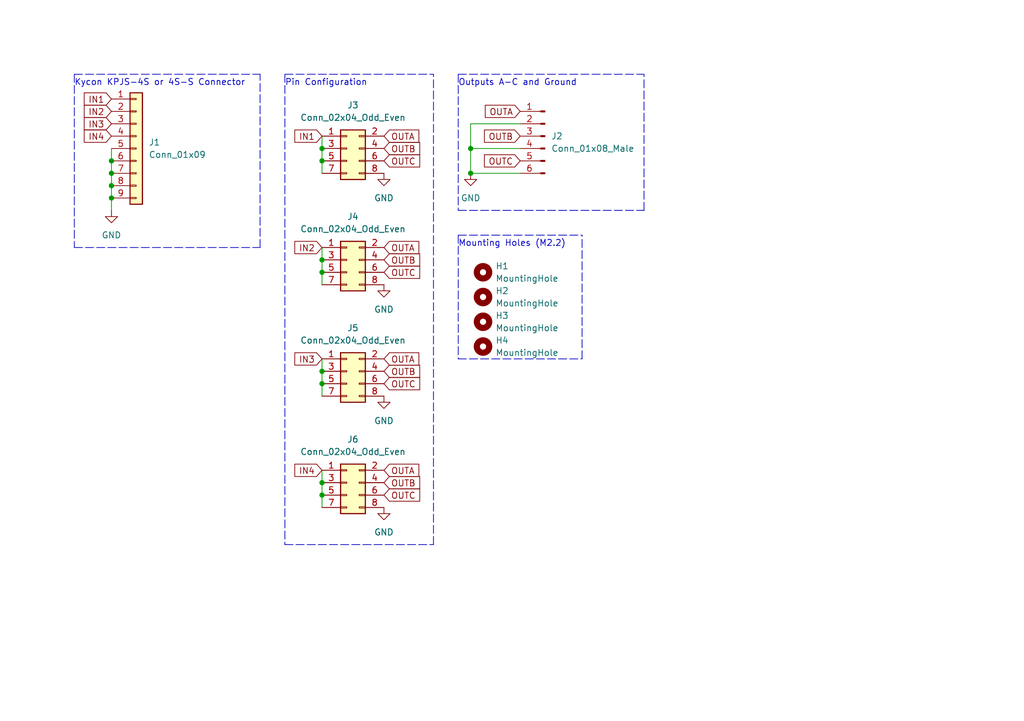
<source format=kicad_sch>
(kicad_sch (version 20211123) (generator eeschema)
  (paper "A5")
  (title_block (title "Kycon KPJX-4S Breakout") (date "2024-06-13") (rev "2024.06a") (company "Matthew Nielsen (xunker)") (comment 1 "github.com/xunker/kycon_breakout"))
  (lib_symbols
    (symbol "Connector:Conn_01x06_Male" (pin_names (offset 1.016) hide)
      (property "Reference" "J" (at 0 7.62 0))
      (property "Value" "Conn_01x06_Male" (at 0 -10.16 0))
      (symbol "Conn_01x06_Male_1_1"
        (polyline (pts (xy 1.27 -7.62) (xy 0.8636 -7.62)) (stroke (width 0.1524)))
        (polyline (pts (xy 1.27 -5.08) (xy 0.8636 -5.08)) (stroke (width 0.1524)))
        (polyline (pts (xy 1.27 -2.54) (xy 0.8636 -2.54)) (stroke (width 0.1524)))
        (polyline (pts (xy 1.27 0) (xy 0.8636 0)) (stroke (width 0.1524)))
        (polyline (pts (xy 1.27 2.54) (xy 0.8636 2.54)) (stroke (width 0.1524)))
        (polyline (pts (xy 1.27 5.08) (xy 0.8636 5.08)) (stroke (width 0.1524)))
        (rectangle (start 0.8636 -7.493) (end 0 -7.747) (stroke (width 0.1524)) (fill (type outline)))
        (rectangle (start 0.8636 -4.953) (end 0 -5.207) (stroke (width 0.1524)) (fill (type outline)))
        (rectangle (start 0.8636 -2.413) (end 0 -2.667) (stroke (width 0.1524)) (fill (type outline)))
        (rectangle (start 0.8636 0.127) (end 0 -0.127) (stroke (width 0.1524)) (fill (type outline)))
        (rectangle (start 0.8636 2.667) (end 0 2.413) (stroke (width 0.1524)) (fill (type outline)))
        (rectangle (start 0.8636 5.207) (end 0 4.953) (stroke (width 0.1524)) (fill (type outline)))
        (pin passive line (at 5.08 5.08 180) (length 3.81) (name "Pin_1") (number "1"))
        (pin passive line (at 5.08 2.54 180) (length 3.81) (name "Pin_2") (number "2"))
        (pin passive line (at 5.08 0 180) (length 3.81) (name "Pin_3") (number "3"))
        (pin passive line (at 5.08 -2.54 180) (length 3.81) (name "Pin_4") (number "4"))
        (pin passive line (at 5.08 -5.08 180) (length 3.81) (name "Pin_5") (number "5"))
        (pin passive line (at 5.08 -7.62 180) (length 3.81) (name "Pin_6") (number "6"))
      )
    )
    (symbol "Connector_Generic:Conn_01x09" (pin_names (offset 1.016) hide)
      (property "Reference" "J" (at 0 12.7 0))
      (property "Value" "Conn_01x09" (at 0 -12.7 0))
      (symbol "Conn_01x09_1_1"
        (rectangle (start -1.27 -10.033) (end 0 -10.287) (stroke (width 0.1524)))
        (rectangle (start -1.27 -7.493) (end 0 -7.747) (stroke (width 0.1524)))
        (rectangle (start -1.27 -4.953) (end 0 -5.207) (stroke (width 0.1524)))
        (rectangle (start -1.27 -2.413) (end 0 -2.667) (stroke (width 0.1524)))
        (rectangle (start -1.27 0.127) (end 0 -0.127) (stroke (width 0.1524)))
        (rectangle (start -1.27 2.667) (end 0 2.413) (stroke (width 0.1524)))
        (rectangle (start -1.27 5.207) (end 0 4.953) (stroke (width 0.1524)))
        (rectangle (start -1.27 7.747) (end 0 7.493) (stroke (width 0.1524)))
        (rectangle (start -1.27 10.287) (end 0 10.033) (stroke (width 0.1524)))
        (rectangle (start -1.27 11.43) (end 1.27 -11.43) (stroke (width 0.254)) (fill (type background)))
        (pin passive line (at -5.08 10.16 0) (length 3.81) (name "Pin_1") (number "1"))
        (pin passive line (at -5.08 7.62 0) (length 3.81) (name "Pin_2") (number "2"))
        (pin passive line (at -5.08 5.08 0) (length 3.81) (name "Pin_3") (number "3"))
        (pin passive line (at -5.08 2.54 0) (length 3.81) (name "Pin_4") (number "4"))
        (pin passive line (at -5.08 0 0) (length 3.81) (name "Pin_5") (number "5"))
        (pin passive line (at -5.08 -2.54 0) (length 3.81) (name "Pin_6") (number "6"))
        (pin passive line (at -5.08 -5.08 0) (length 3.81) (name "Pin_7") (number "7"))
        (pin passive line (at -5.08 -7.62 0) (length 3.81) (name "Pin_8") (number "8"))
        (pin passive line (at -5.08 -10.16 0) (length 3.81) (name "Pin_9") (number "9"))
      )
    )
    (symbol "Connector_Generic:Conn_02x04_Odd_Even" (pin_names (offset 1.016) hide)
      (property "Reference" "J" (at 1.27 5.08 0))
      (property "Value" "Conn_02x04_Odd_Even" (at 1.27 -7.62 0))
      (symbol "Conn_02x04_Odd_Even_1_1"
        (rectangle (start -1.27 -4.953) (end 0 -5.207) (stroke (width 0.1524)))
        (rectangle (start -1.27 -2.413) (end 0 -2.667) (stroke (width 0.1524)))
        (rectangle (start -1.27 0.127) (end 0 -0.127) (stroke (width 0.1524)))
        (rectangle (start -1.27 2.667) (end 0 2.413) (stroke (width 0.1524)))
        (rectangle (start -1.27 3.81) (end 3.81 -6.35) (stroke (width 0.254)) (fill (type background)))
        (rectangle (start 3.81 -4.953) (end 2.54 -5.207) (stroke (width 0.1524)))
        (rectangle (start 3.81 -2.413) (end 2.54 -2.667) (stroke (width 0.1524)))
        (rectangle (start 3.81 0.127) (end 2.54 -0.127) (stroke (width 0.1524)))
        (rectangle (start 3.81 2.667) (end 2.54 2.413) (stroke (width 0.1524)))
        (pin passive line (at -5.08 2.54 0) (length 3.81) (name "Pin_1") (number "1"))
        (pin passive line (at 7.62 2.54 180) (length 3.81) (name "Pin_2") (number "2"))
        (pin passive line (at -5.08 0 0) (length 3.81) (name "Pin_3") (number "3"))
        (pin passive line (at 7.62 0 180) (length 3.81) (name "Pin_4") (number "4"))
        (pin passive line (at -5.08 -2.54 0) (length 3.81) (name "Pin_5") (number "5"))
        (pin passive line (at 7.62 -2.54 180) (length 3.81) (name "Pin_6") (number "6"))
        (pin passive line (at -5.08 -5.08 0) (length 3.81) (name "Pin_7") (number "7"))
        (pin passive line (at 7.62 -5.08 180) (length 3.81) (name "Pin_8") (number "8"))
      )
    )
    (symbol "Mechanical:MountingHole" (pin_names (offset 1.016))
      (property "Reference" "H" (at 0 5.08 0))
      (property "Value" "MountingHole" (at 0 3.175 0))
      (symbol "MountingHole_0_1"
        (circle (center 0 0) (radius 1.27) (stroke (width 1.27)))
      )
    )
    (symbol "power:GND" (power) (pin_names (offset 0))
      (property "Value" "GND" (at 0 -3.81 0))
      (symbol "GND_0_1"
        (polyline (pts (xy 0 0) (xy 0 -1.27) (xy 1.27 -1.27) (xy 0 -2.54) (xy -1.27 -1.27) (xy 0 -1.27)))
      )
      (symbol "GND_1_1"
        (pin power_in line (at 0 0 270) (length 0) hide (name "GND") (number "1"))
      )
    )
  )
  (junction (at 66.04 76.2))
  (junction (at 96.52 35.56))
  (junction (at 66.04 53.34))
  (junction (at 66.04 55.88))
  (junction (at 66.04 99.06))
  (junction (at 22.86 38.1))
  (junction (at 22.86 35.56))
  (junction (at 96.52 30.48))
  (junction (at 22.86 33.02))
  (junction (at 66.04 30.48))
  (junction (at 66.04 78.74))
  (junction (at 22.86 40.64))
  (junction (at 66.04 101.6))
  (junction (at 66.04 33.02))
  (wire (pts (xy 22.86 40.64) (xy 22.86 43.18)))
  (wire (pts (xy 96.52 25.4) (xy 96.52 30.48)))
  (wire (pts (xy 106.68 30.48) (xy 96.52 30.48)))
  (wire (pts (xy 66.04 99.06) (xy 66.04 101.6)))
  (wire (pts (xy 96.52 30.48) (xy 96.52 35.56)))
  (polyline (pts (xy 93.98 15.24) (xy 132.08 15.24)))
  (polyline (pts (xy 119.38 73.66) (xy 119.38 48.26)))
  (polyline (pts (xy 93.98 48.26) (xy 119.38 48.26)))
  (wire (pts (xy 66.04 55.88) (xy 66.04 58.42)))
  (polyline (pts (xy 53.34 50.8) (xy 53.34 15.24)))
  (polyline (pts (xy 93.98 43.18) (xy 132.08 43.18)))
  (wire (pts (xy 66.04 53.34) (xy 66.04 55.88)))
  (polyline (pts (xy 58.42 15.24) (xy 88.9 15.24)))
  (polyline (pts (xy 88.9 111.76) (xy 88.9 15.24)))
  (polyline (pts (xy 132.08 43.18) (xy 132.08 15.24)))
  (wire (pts (xy 66.04 33.02) (xy 66.04 35.56)))
  (polyline (pts (xy 93.98 73.66) (xy 119.38 73.66)))
  (wire (pts (xy 66.04 76.2) (xy 66.04 78.74)))
  (wire (pts (xy 66.04 30.48) (xy 66.04 33.02)))
  (wire (pts (xy 66.04 50.8) (xy 66.04 53.34)))
  (polyline (pts (xy 15.24 50.8) (xy 53.34 50.8)))
  (wire (pts (xy 66.04 78.74) (xy 66.04 81.28)))
  (wire (pts (xy 66.04 27.94) (xy 66.04 30.48)))
  (wire (pts (xy 22.86 33.02) (xy 22.86 35.56)))
  (wire (pts (xy 22.86 38.1) (xy 22.86 40.64)))
  (polyline (pts (xy 93.98 15.24) (xy 93.98 43.18)))
  (polyline (pts (xy 58.42 15.24) (xy 58.42 111.76)))
  (wire (pts (xy 22.86 30.48) (xy 22.86 33.02)))
  (polyline (pts (xy 58.42 111.76) (xy 88.9 111.76)))
  (wire (pts (xy 66.04 96.52) (xy 66.04 99.06)))
  (wire (pts (xy 22.86 35.56) (xy 22.86 38.1)))
  (wire (pts (xy 66.04 101.6) (xy 66.04 104.14)))
  (polyline (pts (xy 15.24 15.24) (xy 53.34 15.24)))
  (wire (pts (xy 96.52 35.56) (xy 106.68 35.56)))
  (polyline (pts (xy 15.24 15.24) (xy 15.24 50.8)))
  (wire (pts (xy 66.04 73.66) (xy 66.04 76.2)))
  (polyline (pts (xy 93.98 48.26) (xy 93.98 73.66)))
  (wire (pts (xy 106.68 25.4) (xy 96.52 25.4)))
  (text "Kycon KPJS-4S or 4S-S Connector" (at 15.24 17.78 0) (effects (font (size 1.27 1.27)) (justify left bottom)))
  (text "Pin Configuration" (at 58.42 17.78 0) (effects (font (size 1.27 1.27)) (justify left bottom)))
  (text "Mounting Holes (M2.2)" (at 93.98 50.8 0) (effects (font (size 1.27 1.27)) (justify left bottom)))
  (text "Outputs A-C and Ground" (at 93.98 17.78 0) (effects (font (size 1.27 1.27)) (justify left bottom)))
  (global_label "OUTA" (shape input) (at 78.74 96.52 0) (property "Intersheet References" "${INTERSHEET_REFS}" (effects hide)))
  (global_label "OUTC" (shape input) (at 106.68 33.02 180) (property "Intersheet References" "${INTERSHEET_REFS}" (effects hide)))
  (global_label "OUTA" (shape input) (at 78.74 27.94 0) (property "Intersheet References" "${INTERSHEET_REFS}" (effects hide)))
  (global_label "OUTC" (shape input) (at 78.74 101.6 0) (property "Intersheet References" "${INTERSHEET_REFS}" (effects hide)))
  (global_label "IN3" (shape input) (at 22.86 25.4 180) (property "Intersheet References" "${INTERSHEET_REFS}" (effects hide)))
  (global_label "OUTA" (shape input) (at 106.68 22.86 180) (property "Intersheet References" "${INTERSHEET_REFS}" (effects hide)))
  (global_label "OUTC" (shape input) (at 78.74 33.02 0) (property "Intersheet References" "${INTERSHEET_REFS}" (effects hide)))
  (global_label "IN2" (shape input) (at 66.04 50.8 180) (property "Intersheet References" "${INTERSHEET_REFS}" (effects hide)))
  (global_label "OUTA" (shape input) (at 78.74 73.66 0) (property "Intersheet References" "${INTERSHEET_REFS}" (effects hide)))
  (global_label "OUTA" (shape input) (at 78.74 50.8 0) (property "Intersheet References" "${INTERSHEET_REFS}" (effects hide)))
  (global_label "OUTB" (shape input) (at 78.74 53.34 0) (property "Intersheet References" "${INTERSHEET_REFS}" (effects hide)))
  (global_label "OUTC" (shape input) (at 78.74 78.74 0) (property "Intersheet References" "${INTERSHEET_REFS}" (effects hide)))
  (global_label "IN1" (shape input) (at 22.86 20.32 180) (property "Intersheet References" "${INTERSHEET_REFS}" (effects hide)))
  (global_label "OUTB" (shape input) (at 78.74 30.48 0) (property "Intersheet References" "${INTERSHEET_REFS}" (effects hide)))
  (global_label "OUTB" (shape input) (at 78.74 99.06 0) (property "Intersheet References" "${INTERSHEET_REFS}" (effects hide)))
  (global_label "IN4" (shape input) (at 66.04 96.52 180) (property "Intersheet References" "${INTERSHEET_REFS}" (effects hide)))
  (global_label "IN1" (shape input) (at 66.04 27.94 180) (property "Intersheet References" "${INTERSHEET_REFS}" (effects hide)))
  (global_label "IN2" (shape input) (at 22.86 22.86 180) (property "Intersheet References" "${INTERSHEET_REFS}" (effects hide)))
  (global_label "OUTB" (shape input) (at 106.68 27.94 180) (property "Intersheet References" "${INTERSHEET_REFS}" (effects hide)))
  (global_label "OUTC" (shape input) (at 78.74 55.88 0) (property "Intersheet References" "${INTERSHEET_REFS}" (effects hide)))
  (global_label "IN3" (shape input) (at 66.04 73.66 180) (property "Intersheet References" "${INTERSHEET_REFS}" (effects hide)))
  (global_label "IN4" (shape input) (at 22.86 27.94 180) (property "Intersheet References" "${INTERSHEET_REFS}" (effects hide)))
  (global_label "OUTB" (shape input) (at 78.74 76.2 0) (property "Intersheet References" "${INTERSHEET_REFS}" (effects hide)))
  (symbol (lib_id "Mechanical:MountingHole") (at 99.06 55.88 0) (unit 1)
    (property "Reference" "H1" (at 101.6 54.6099 0) (effects (justify left)))
    (property "Value" "MountingHole" (at 101.6 57.1499 0) (effects (justify left)))
    (property "Footprint" "MountingHole:MountingHole_2.2mm_M2_DIN965" (effects hide))
  )
  (symbol (lib_id "Mechanical:MountingHole") (at 99.06 60.96 0) (unit 1)
    (property "Reference" "H2" (at 101.6 59.6899 0) (effects (justify left)))
    (property "Value" "MountingHole" (at 101.6 62.2299 0) (effects (justify left)))
    (property "Footprint" "MountingHole:MountingHole_2.2mm_M2_DIN965" (effects hide))
  )
  (symbol (lib_id "Connector_Generic:Conn_02x04_Odd_Even") (at 71.12 76.2 0) (unit 1)
    (property "Reference" "J5" (at 72.39 67.31 0))
    (property "Value" "Conn_02x04_Odd_Even" (at 72.39 69.85 0))
    (property "Footprint" "Connector_PinHeader_2.54mm:PinHeader_2x04_P2.54mm_Vertical" (effects hide))
  )
  (symbol (lib_id "power:GND") (at 78.74 35.56 0) (unit 1)
    (property "Reference" "#PWR0103" (effects hide))
    (property "Value" "GND" (at 78.74 40.64 0))
  )
  (symbol (lib_id "Connector_Generic:Conn_02x04_Odd_Even") (at 71.12 53.34 0) (unit 1)
    (property "Reference" "J4" (at 72.39 44.45 0))
    (property "Value" "Conn_02x04_Odd_Even" (at 72.39 46.99 0))
    (property "Footprint" "Connector_PinHeader_2.54mm:PinHeader_2x04_P2.54mm_Vertical" (effects hide))
  )
  (symbol (lib_id "power:GND") (at 22.86 43.18 0) (unit 1)
    (property "Reference" "#PWR0101" (effects hide))
    (property "Value" "GND" (at 22.86 48.26 0))
  )
  (symbol (lib_id "power:GND") (at 96.52 35.56 0) (unit 1)
    (property "Reference" "#PWR0102" (effects hide))
    (property "Value" "GND" (at 96.52 40.64 0))
  )
  (symbol (lib_id "Connector_Generic:Conn_02x04_Odd_Even") (at 71.12 99.06 0) (unit 1)
    (property "Reference" "J6" (at 72.39 90.17 0))
    (property "Value" "Conn_02x04_Odd_Even" (at 72.39 92.71 0))
    (property "Footprint" "Connector_PinHeader_2.54mm:PinHeader_2x04_P2.54mm_Vertical" (effects hide))
  )
  (symbol (lib_id "power:GND") (at 78.74 104.14 0) (unit 1)
    (property "Reference" "#PWR0106" (effects hide))
    (property "Value" "GND" (at 78.74 109.22 0))
  )
  (symbol (lib_id "Connector:Conn_01x06_Male") (at 111.76 27.94 0) (mirror y) (unit 1)
    (property "Reference" "J2" (at 113.03 27.9399 0) (effects (justify right)))
    (property "Value" "Conn_01x08_Male" (at 113.03 30.4799 0) (effects (justify right)))
    (property "Footprint" "Connector_PinHeader_2.54mm:PinHeader_1x06_P2.54mm_Vertical" (effects hide))
  )
  (symbol (lib_id "Mechanical:MountingHole") (at 99.06 71.12 0) (unit 1)
    (property "Reference" "H4" (at 101.6 69.8499 0) (effects (justify left)))
    (property "Value" "MountingHole" (at 101.6 72.3899 0) (effects (justify left)))
    (property "Footprint" "MountingHole:MountingHole_2.2mm_M2_DIN965" (effects hide))
  )
  (symbol (lib_id "Connector_Generic:Conn_02x04_Odd_Even") (at 71.12 30.48 0) (unit 1)
    (property "Reference" "J3" (at 72.39 21.59 0))
    (property "Value" "Conn_02x04_Odd_Even" (at 72.39 24.13 0))
    (property "Footprint" "Connector_PinHeader_2.54mm:PinHeader_2x04_P2.54mm_Vertical" (effects hide))
  )
  (symbol (lib_id "Mechanical:MountingHole") (at 99.06 66.04 0) (unit 1)
    (property "Reference" "H3" (at 101.6 64.7699 0) (effects (justify left)))
    (property "Value" "MountingHole" (at 101.6 67.3099 0) (effects (justify left)))
    (property "Footprint" "MountingHole:MountingHole_2.2mm_M2_DIN965" (effects hide))
  )
  (symbol (lib_id "power:GND") (at 78.74 81.28 0) (unit 1)
    (property "Reference" "#PWR0105" (effects hide))
    (property "Value" "GND" (at 78.74 86.36 0))
  )
  (symbol (lib_id "Connector_Generic:Conn_01x09") (at 27.94 30.48 0) (unit 1)
    (property "Reference" "J1" (at 30.48 29.2099 0) (effects (justify left)))
    (property "Value" "Conn_01x09" (at 30.48 31.7499 0) (effects (justify left)))
    (property "Footprint" "footprints:KPJX-4S" (effects hide))
  )
  (symbol (lib_id "power:GND") (at 78.74 58.42 0) (unit 1)
    (property "Reference" "#PWR0104" (effects hide))
    (property "Value" "GND" (at 78.74 63.5 0))
  )
)
</source>
